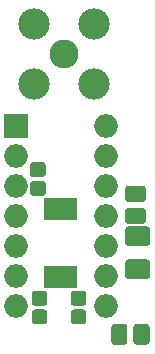
<source format=gbr>
G04 #@! TF.GenerationSoftware,KiCad,Pcbnew,(5.1.4)-1*
G04 #@! TF.CreationDate,2019-08-27T16:30:30-04:00*
G04 #@! TF.ProjectId,clock_buffer,636c6f63-6b5f-4627-9566-6665722e6b69,rev?*
G04 #@! TF.SameCoordinates,Original*
G04 #@! TF.FileFunction,Soldermask,Top*
G04 #@! TF.FilePolarity,Negative*
%FSLAX46Y46*%
G04 Gerber Fmt 4.6, Leading zero omitted, Abs format (unit mm)*
G04 Created by KiCad (PCBNEW (5.1.4)-1) date 2019-08-27 16:30:30*
%MOMM*%
%LPD*%
G04 APERTURE LIST*
%ADD10C,0.100000*%
%ADD11C,1.275000*%
%ADD12C,1.375000*%
%ADD13R,0.810000X1.970000*%
%ADD14C,1.650000*%
%ADD15O,2.000000X2.000000*%
%ADD16R,2.000000X2.000000*%
%ADD17C,2.650000*%
%ADD18C,2.450000*%
G04 APERTURE END LIST*
D10*
G36*
X148723493Y-111429035D02*
G01*
X148754435Y-111433625D01*
X148784778Y-111441225D01*
X148814230Y-111451763D01*
X148842508Y-111465138D01*
X148869338Y-111481219D01*
X148894463Y-111499853D01*
X148917640Y-111520860D01*
X148938647Y-111544037D01*
X148957281Y-111569162D01*
X148973362Y-111595992D01*
X148986737Y-111624270D01*
X148997275Y-111653722D01*
X149004875Y-111684065D01*
X149009465Y-111715007D01*
X149011000Y-111746250D01*
X149011000Y-112383750D01*
X149009465Y-112414993D01*
X149004875Y-112445935D01*
X148997275Y-112476278D01*
X148986737Y-112505730D01*
X148973362Y-112534008D01*
X148957281Y-112560838D01*
X148938647Y-112585963D01*
X148917640Y-112609140D01*
X148894463Y-112630147D01*
X148869338Y-112648781D01*
X148842508Y-112664862D01*
X148814230Y-112678237D01*
X148784778Y-112688775D01*
X148754435Y-112696375D01*
X148723493Y-112700965D01*
X148692250Y-112702500D01*
X147979750Y-112702500D01*
X147948507Y-112700965D01*
X147917565Y-112696375D01*
X147887222Y-112688775D01*
X147857770Y-112678237D01*
X147829492Y-112664862D01*
X147802662Y-112648781D01*
X147777537Y-112630147D01*
X147754360Y-112609140D01*
X147733353Y-112585963D01*
X147714719Y-112560838D01*
X147698638Y-112534008D01*
X147685263Y-112505730D01*
X147674725Y-112476278D01*
X147667125Y-112445935D01*
X147662535Y-112414993D01*
X147661000Y-112383750D01*
X147661000Y-111746250D01*
X147662535Y-111715007D01*
X147667125Y-111684065D01*
X147674725Y-111653722D01*
X147685263Y-111624270D01*
X147698638Y-111595992D01*
X147714719Y-111569162D01*
X147733353Y-111544037D01*
X147754360Y-111520860D01*
X147777537Y-111499853D01*
X147802662Y-111481219D01*
X147829492Y-111465138D01*
X147857770Y-111451763D01*
X147887222Y-111441225D01*
X147917565Y-111433625D01*
X147948507Y-111429035D01*
X147979750Y-111427500D01*
X148692250Y-111427500D01*
X148723493Y-111429035D01*
X148723493Y-111429035D01*
G37*
D11*
X148336000Y-112065000D03*
D10*
G36*
X148723493Y-109854035D02*
G01*
X148754435Y-109858625D01*
X148784778Y-109866225D01*
X148814230Y-109876763D01*
X148842508Y-109890138D01*
X148869338Y-109906219D01*
X148894463Y-109924853D01*
X148917640Y-109945860D01*
X148938647Y-109969037D01*
X148957281Y-109994162D01*
X148973362Y-110020992D01*
X148986737Y-110049270D01*
X148997275Y-110078722D01*
X149004875Y-110109065D01*
X149009465Y-110140007D01*
X149011000Y-110171250D01*
X149011000Y-110808750D01*
X149009465Y-110839993D01*
X149004875Y-110870935D01*
X148997275Y-110901278D01*
X148986737Y-110930730D01*
X148973362Y-110959008D01*
X148957281Y-110985838D01*
X148938647Y-111010963D01*
X148917640Y-111034140D01*
X148894463Y-111055147D01*
X148869338Y-111073781D01*
X148842508Y-111089862D01*
X148814230Y-111103237D01*
X148784778Y-111113775D01*
X148754435Y-111121375D01*
X148723493Y-111125965D01*
X148692250Y-111127500D01*
X147979750Y-111127500D01*
X147948507Y-111125965D01*
X147917565Y-111121375D01*
X147887222Y-111113775D01*
X147857770Y-111103237D01*
X147829492Y-111089862D01*
X147802662Y-111073781D01*
X147777537Y-111055147D01*
X147754360Y-111034140D01*
X147733353Y-111010963D01*
X147714719Y-110985838D01*
X147698638Y-110959008D01*
X147685263Y-110930730D01*
X147674725Y-110901278D01*
X147667125Y-110870935D01*
X147662535Y-110839993D01*
X147661000Y-110808750D01*
X147661000Y-110171250D01*
X147662535Y-110140007D01*
X147667125Y-110109065D01*
X147674725Y-110078722D01*
X147685263Y-110049270D01*
X147698638Y-110020992D01*
X147714719Y-109994162D01*
X147733353Y-109969037D01*
X147754360Y-109945860D01*
X147777537Y-109924853D01*
X147802662Y-109906219D01*
X147829492Y-109890138D01*
X147857770Y-109876763D01*
X147887222Y-109866225D01*
X147917565Y-109858625D01*
X147948507Y-109854035D01*
X147979750Y-109852500D01*
X148692250Y-109852500D01*
X148723493Y-109854035D01*
X148723493Y-109854035D01*
G37*
D11*
X148336000Y-110490000D03*
D10*
G36*
X152025493Y-109854035D02*
G01*
X152056435Y-109858625D01*
X152086778Y-109866225D01*
X152116230Y-109876763D01*
X152144508Y-109890138D01*
X152171338Y-109906219D01*
X152196463Y-109924853D01*
X152219640Y-109945860D01*
X152240647Y-109969037D01*
X152259281Y-109994162D01*
X152275362Y-110020992D01*
X152288737Y-110049270D01*
X152299275Y-110078722D01*
X152306875Y-110109065D01*
X152311465Y-110140007D01*
X152313000Y-110171250D01*
X152313000Y-110808750D01*
X152311465Y-110839993D01*
X152306875Y-110870935D01*
X152299275Y-110901278D01*
X152288737Y-110930730D01*
X152275362Y-110959008D01*
X152259281Y-110985838D01*
X152240647Y-111010963D01*
X152219640Y-111034140D01*
X152196463Y-111055147D01*
X152171338Y-111073781D01*
X152144508Y-111089862D01*
X152116230Y-111103237D01*
X152086778Y-111113775D01*
X152056435Y-111121375D01*
X152025493Y-111125965D01*
X151994250Y-111127500D01*
X151281750Y-111127500D01*
X151250507Y-111125965D01*
X151219565Y-111121375D01*
X151189222Y-111113775D01*
X151159770Y-111103237D01*
X151131492Y-111089862D01*
X151104662Y-111073781D01*
X151079537Y-111055147D01*
X151056360Y-111034140D01*
X151035353Y-111010963D01*
X151016719Y-110985838D01*
X151000638Y-110959008D01*
X150987263Y-110930730D01*
X150976725Y-110901278D01*
X150969125Y-110870935D01*
X150964535Y-110839993D01*
X150963000Y-110808750D01*
X150963000Y-110171250D01*
X150964535Y-110140007D01*
X150969125Y-110109065D01*
X150976725Y-110078722D01*
X150987263Y-110049270D01*
X151000638Y-110020992D01*
X151016719Y-109994162D01*
X151035353Y-109969037D01*
X151056360Y-109945860D01*
X151079537Y-109924853D01*
X151104662Y-109906219D01*
X151131492Y-109890138D01*
X151159770Y-109876763D01*
X151189222Y-109866225D01*
X151219565Y-109858625D01*
X151250507Y-109854035D01*
X151281750Y-109852500D01*
X151994250Y-109852500D01*
X152025493Y-109854035D01*
X152025493Y-109854035D01*
G37*
D11*
X151638000Y-110490000D03*
D10*
G36*
X152025493Y-111429035D02*
G01*
X152056435Y-111433625D01*
X152086778Y-111441225D01*
X152116230Y-111451763D01*
X152144508Y-111465138D01*
X152171338Y-111481219D01*
X152196463Y-111499853D01*
X152219640Y-111520860D01*
X152240647Y-111544037D01*
X152259281Y-111569162D01*
X152275362Y-111595992D01*
X152288737Y-111624270D01*
X152299275Y-111653722D01*
X152306875Y-111684065D01*
X152311465Y-111715007D01*
X152313000Y-111746250D01*
X152313000Y-112383750D01*
X152311465Y-112414993D01*
X152306875Y-112445935D01*
X152299275Y-112476278D01*
X152288737Y-112505730D01*
X152275362Y-112534008D01*
X152259281Y-112560838D01*
X152240647Y-112585963D01*
X152219640Y-112609140D01*
X152196463Y-112630147D01*
X152171338Y-112648781D01*
X152144508Y-112664862D01*
X152116230Y-112678237D01*
X152086778Y-112688775D01*
X152056435Y-112696375D01*
X152025493Y-112700965D01*
X151994250Y-112702500D01*
X151281750Y-112702500D01*
X151250507Y-112700965D01*
X151219565Y-112696375D01*
X151189222Y-112688775D01*
X151159770Y-112678237D01*
X151131492Y-112664862D01*
X151104662Y-112648781D01*
X151079537Y-112630147D01*
X151056360Y-112609140D01*
X151035353Y-112585963D01*
X151016719Y-112560838D01*
X151000638Y-112534008D01*
X150987263Y-112505730D01*
X150976725Y-112476278D01*
X150969125Y-112445935D01*
X150964535Y-112414993D01*
X150963000Y-112383750D01*
X150963000Y-111746250D01*
X150964535Y-111715007D01*
X150969125Y-111684065D01*
X150976725Y-111653722D01*
X150987263Y-111624270D01*
X151000638Y-111595992D01*
X151016719Y-111569162D01*
X151035353Y-111544037D01*
X151056360Y-111520860D01*
X151079537Y-111499853D01*
X151104662Y-111481219D01*
X151131492Y-111465138D01*
X151159770Y-111451763D01*
X151189222Y-111441225D01*
X151219565Y-111433625D01*
X151250507Y-111429035D01*
X151281750Y-111427500D01*
X151994250Y-111427500D01*
X152025493Y-111429035D01*
X152025493Y-111429035D01*
G37*
D11*
X151638000Y-112065000D03*
D10*
G36*
X148587493Y-100539035D02*
G01*
X148618435Y-100543625D01*
X148648778Y-100551225D01*
X148678230Y-100561763D01*
X148706508Y-100575138D01*
X148733338Y-100591219D01*
X148758463Y-100609853D01*
X148781640Y-100630860D01*
X148802647Y-100654037D01*
X148821281Y-100679162D01*
X148837362Y-100705992D01*
X148850737Y-100734270D01*
X148861275Y-100763722D01*
X148868875Y-100794065D01*
X148873465Y-100825007D01*
X148875000Y-100856250D01*
X148875000Y-101493750D01*
X148873465Y-101524993D01*
X148868875Y-101555935D01*
X148861275Y-101586278D01*
X148850737Y-101615730D01*
X148837362Y-101644008D01*
X148821281Y-101670838D01*
X148802647Y-101695963D01*
X148781640Y-101719140D01*
X148758463Y-101740147D01*
X148733338Y-101758781D01*
X148706508Y-101774862D01*
X148678230Y-101788237D01*
X148648778Y-101798775D01*
X148618435Y-101806375D01*
X148587493Y-101810965D01*
X148556250Y-101812500D01*
X147843750Y-101812500D01*
X147812507Y-101810965D01*
X147781565Y-101806375D01*
X147751222Y-101798775D01*
X147721770Y-101788237D01*
X147693492Y-101774862D01*
X147666662Y-101758781D01*
X147641537Y-101740147D01*
X147618360Y-101719140D01*
X147597353Y-101695963D01*
X147578719Y-101670838D01*
X147562638Y-101644008D01*
X147549263Y-101615730D01*
X147538725Y-101586278D01*
X147531125Y-101555935D01*
X147526535Y-101524993D01*
X147525000Y-101493750D01*
X147525000Y-100856250D01*
X147526535Y-100825007D01*
X147531125Y-100794065D01*
X147538725Y-100763722D01*
X147549263Y-100734270D01*
X147562638Y-100705992D01*
X147578719Y-100679162D01*
X147597353Y-100654037D01*
X147618360Y-100630860D01*
X147641537Y-100609853D01*
X147666662Y-100591219D01*
X147693492Y-100575138D01*
X147721770Y-100561763D01*
X147751222Y-100551225D01*
X147781565Y-100543625D01*
X147812507Y-100539035D01*
X147843750Y-100537500D01*
X148556250Y-100537500D01*
X148587493Y-100539035D01*
X148587493Y-100539035D01*
G37*
D11*
X148200000Y-101175000D03*
D10*
G36*
X148587493Y-98964035D02*
G01*
X148618435Y-98968625D01*
X148648778Y-98976225D01*
X148678230Y-98986763D01*
X148706508Y-99000138D01*
X148733338Y-99016219D01*
X148758463Y-99034853D01*
X148781640Y-99055860D01*
X148802647Y-99079037D01*
X148821281Y-99104162D01*
X148837362Y-99130992D01*
X148850737Y-99159270D01*
X148861275Y-99188722D01*
X148868875Y-99219065D01*
X148873465Y-99250007D01*
X148875000Y-99281250D01*
X148875000Y-99918750D01*
X148873465Y-99949993D01*
X148868875Y-99980935D01*
X148861275Y-100011278D01*
X148850737Y-100040730D01*
X148837362Y-100069008D01*
X148821281Y-100095838D01*
X148802647Y-100120963D01*
X148781640Y-100144140D01*
X148758463Y-100165147D01*
X148733338Y-100183781D01*
X148706508Y-100199862D01*
X148678230Y-100213237D01*
X148648778Y-100223775D01*
X148618435Y-100231375D01*
X148587493Y-100235965D01*
X148556250Y-100237500D01*
X147843750Y-100237500D01*
X147812507Y-100235965D01*
X147781565Y-100231375D01*
X147751222Y-100223775D01*
X147721770Y-100213237D01*
X147693492Y-100199862D01*
X147666662Y-100183781D01*
X147641537Y-100165147D01*
X147618360Y-100144140D01*
X147597353Y-100120963D01*
X147578719Y-100095838D01*
X147562638Y-100069008D01*
X147549263Y-100040730D01*
X147538725Y-100011278D01*
X147531125Y-99980935D01*
X147526535Y-99949993D01*
X147525000Y-99918750D01*
X147525000Y-99281250D01*
X147526535Y-99250007D01*
X147531125Y-99219065D01*
X147538725Y-99188722D01*
X147549263Y-99159270D01*
X147562638Y-99130992D01*
X147578719Y-99104162D01*
X147597353Y-99079037D01*
X147618360Y-99055860D01*
X147641537Y-99034853D01*
X147666662Y-99016219D01*
X147693492Y-99000138D01*
X147721770Y-98986763D01*
X147751222Y-98976225D01*
X147781565Y-98968625D01*
X147812507Y-98964035D01*
X147843750Y-98962500D01*
X148556250Y-98962500D01*
X148587493Y-98964035D01*
X148587493Y-98964035D01*
G37*
D11*
X148200000Y-99600000D03*
D10*
G36*
X157349443Y-112639655D02*
G01*
X157382812Y-112644605D01*
X157415535Y-112652802D01*
X157447297Y-112664166D01*
X157477793Y-112678590D01*
X157506727Y-112695932D01*
X157533823Y-112716028D01*
X157558818Y-112738682D01*
X157581472Y-112763677D01*
X157601568Y-112790773D01*
X157618910Y-112819707D01*
X157633334Y-112850203D01*
X157644698Y-112881965D01*
X157652895Y-112914688D01*
X157657845Y-112948057D01*
X157659500Y-112981750D01*
X157659500Y-114094250D01*
X157657845Y-114127943D01*
X157652895Y-114161312D01*
X157644698Y-114194035D01*
X157633334Y-114225797D01*
X157618910Y-114256293D01*
X157601568Y-114285227D01*
X157581472Y-114312323D01*
X157558818Y-114337318D01*
X157533823Y-114359972D01*
X157506727Y-114380068D01*
X157477793Y-114397410D01*
X157447297Y-114411834D01*
X157415535Y-114423198D01*
X157382812Y-114431395D01*
X157349443Y-114436345D01*
X157315750Y-114438000D01*
X156628250Y-114438000D01*
X156594557Y-114436345D01*
X156561188Y-114431395D01*
X156528465Y-114423198D01*
X156496703Y-114411834D01*
X156466207Y-114397410D01*
X156437273Y-114380068D01*
X156410177Y-114359972D01*
X156385182Y-114337318D01*
X156362528Y-114312323D01*
X156342432Y-114285227D01*
X156325090Y-114256293D01*
X156310666Y-114225797D01*
X156299302Y-114194035D01*
X156291105Y-114161312D01*
X156286155Y-114127943D01*
X156284500Y-114094250D01*
X156284500Y-112981750D01*
X156286155Y-112948057D01*
X156291105Y-112914688D01*
X156299302Y-112881965D01*
X156310666Y-112850203D01*
X156325090Y-112819707D01*
X156342432Y-112790773D01*
X156362528Y-112763677D01*
X156385182Y-112738682D01*
X156410177Y-112716028D01*
X156437273Y-112695932D01*
X156466207Y-112678590D01*
X156496703Y-112664166D01*
X156528465Y-112652802D01*
X156561188Y-112644605D01*
X156594557Y-112639655D01*
X156628250Y-112638000D01*
X157315750Y-112638000D01*
X157349443Y-112639655D01*
X157349443Y-112639655D01*
G37*
D12*
X156972000Y-113538000D03*
D10*
G36*
X155474443Y-112639655D02*
G01*
X155507812Y-112644605D01*
X155540535Y-112652802D01*
X155572297Y-112664166D01*
X155602793Y-112678590D01*
X155631727Y-112695932D01*
X155658823Y-112716028D01*
X155683818Y-112738682D01*
X155706472Y-112763677D01*
X155726568Y-112790773D01*
X155743910Y-112819707D01*
X155758334Y-112850203D01*
X155769698Y-112881965D01*
X155777895Y-112914688D01*
X155782845Y-112948057D01*
X155784500Y-112981750D01*
X155784500Y-114094250D01*
X155782845Y-114127943D01*
X155777895Y-114161312D01*
X155769698Y-114194035D01*
X155758334Y-114225797D01*
X155743910Y-114256293D01*
X155726568Y-114285227D01*
X155706472Y-114312323D01*
X155683818Y-114337318D01*
X155658823Y-114359972D01*
X155631727Y-114380068D01*
X155602793Y-114397410D01*
X155572297Y-114411834D01*
X155540535Y-114423198D01*
X155507812Y-114431395D01*
X155474443Y-114436345D01*
X155440750Y-114438000D01*
X154753250Y-114438000D01*
X154719557Y-114436345D01*
X154686188Y-114431395D01*
X154653465Y-114423198D01*
X154621703Y-114411834D01*
X154591207Y-114397410D01*
X154562273Y-114380068D01*
X154535177Y-114359972D01*
X154510182Y-114337318D01*
X154487528Y-114312323D01*
X154467432Y-114285227D01*
X154450090Y-114256293D01*
X154435666Y-114225797D01*
X154424302Y-114194035D01*
X154416105Y-114161312D01*
X154411155Y-114127943D01*
X154409500Y-114094250D01*
X154409500Y-112981750D01*
X154411155Y-112948057D01*
X154416105Y-112914688D01*
X154424302Y-112881965D01*
X154435666Y-112850203D01*
X154450090Y-112819707D01*
X154467432Y-112790773D01*
X154487528Y-112763677D01*
X154510182Y-112738682D01*
X154535177Y-112716028D01*
X154562273Y-112695932D01*
X154591207Y-112678590D01*
X154621703Y-112664166D01*
X154653465Y-112652802D01*
X154686188Y-112644605D01*
X154719557Y-112639655D01*
X154753250Y-112638000D01*
X155440750Y-112638000D01*
X155474443Y-112639655D01*
X155474443Y-112639655D01*
G37*
D12*
X155097000Y-113538000D03*
D10*
G36*
X157053943Y-100944155D02*
G01*
X157087312Y-100949105D01*
X157120035Y-100957302D01*
X157151797Y-100968666D01*
X157182293Y-100983090D01*
X157211227Y-101000432D01*
X157238323Y-101020528D01*
X157263318Y-101043182D01*
X157285972Y-101068177D01*
X157306068Y-101095273D01*
X157323410Y-101124207D01*
X157337834Y-101154703D01*
X157349198Y-101186465D01*
X157357395Y-101219188D01*
X157362345Y-101252557D01*
X157364000Y-101286250D01*
X157364000Y-101973750D01*
X157362345Y-102007443D01*
X157357395Y-102040812D01*
X157349198Y-102073535D01*
X157337834Y-102105297D01*
X157323410Y-102135793D01*
X157306068Y-102164727D01*
X157285972Y-102191823D01*
X157263318Y-102216818D01*
X157238323Y-102239472D01*
X157211227Y-102259568D01*
X157182293Y-102276910D01*
X157151797Y-102291334D01*
X157120035Y-102302698D01*
X157087312Y-102310895D01*
X157053943Y-102315845D01*
X157020250Y-102317500D01*
X155907750Y-102317500D01*
X155874057Y-102315845D01*
X155840688Y-102310895D01*
X155807965Y-102302698D01*
X155776203Y-102291334D01*
X155745707Y-102276910D01*
X155716773Y-102259568D01*
X155689677Y-102239472D01*
X155664682Y-102216818D01*
X155642028Y-102191823D01*
X155621932Y-102164727D01*
X155604590Y-102135793D01*
X155590166Y-102105297D01*
X155578802Y-102073535D01*
X155570605Y-102040812D01*
X155565655Y-102007443D01*
X155564000Y-101973750D01*
X155564000Y-101286250D01*
X155565655Y-101252557D01*
X155570605Y-101219188D01*
X155578802Y-101186465D01*
X155590166Y-101154703D01*
X155604590Y-101124207D01*
X155621932Y-101095273D01*
X155642028Y-101068177D01*
X155664682Y-101043182D01*
X155689677Y-101020528D01*
X155716773Y-101000432D01*
X155745707Y-100983090D01*
X155776203Y-100968666D01*
X155807965Y-100957302D01*
X155840688Y-100949105D01*
X155874057Y-100944155D01*
X155907750Y-100942500D01*
X157020250Y-100942500D01*
X157053943Y-100944155D01*
X157053943Y-100944155D01*
G37*
D12*
X156464000Y-101630000D03*
D10*
G36*
X157053943Y-102819155D02*
G01*
X157087312Y-102824105D01*
X157120035Y-102832302D01*
X157151797Y-102843666D01*
X157182293Y-102858090D01*
X157211227Y-102875432D01*
X157238323Y-102895528D01*
X157263318Y-102918182D01*
X157285972Y-102943177D01*
X157306068Y-102970273D01*
X157323410Y-102999207D01*
X157337834Y-103029703D01*
X157349198Y-103061465D01*
X157357395Y-103094188D01*
X157362345Y-103127557D01*
X157364000Y-103161250D01*
X157364000Y-103848750D01*
X157362345Y-103882443D01*
X157357395Y-103915812D01*
X157349198Y-103948535D01*
X157337834Y-103980297D01*
X157323410Y-104010793D01*
X157306068Y-104039727D01*
X157285972Y-104066823D01*
X157263318Y-104091818D01*
X157238323Y-104114472D01*
X157211227Y-104134568D01*
X157182293Y-104151910D01*
X157151797Y-104166334D01*
X157120035Y-104177698D01*
X157087312Y-104185895D01*
X157053943Y-104190845D01*
X157020250Y-104192500D01*
X155907750Y-104192500D01*
X155874057Y-104190845D01*
X155840688Y-104185895D01*
X155807965Y-104177698D01*
X155776203Y-104166334D01*
X155745707Y-104151910D01*
X155716773Y-104134568D01*
X155689677Y-104114472D01*
X155664682Y-104091818D01*
X155642028Y-104066823D01*
X155621932Y-104039727D01*
X155604590Y-104010793D01*
X155590166Y-103980297D01*
X155578802Y-103948535D01*
X155570605Y-103915812D01*
X155565655Y-103882443D01*
X155564000Y-103848750D01*
X155564000Y-103161250D01*
X155565655Y-103127557D01*
X155570605Y-103094188D01*
X155578802Y-103061465D01*
X155590166Y-103029703D01*
X155604590Y-102999207D01*
X155621932Y-102970273D01*
X155642028Y-102943177D01*
X155664682Y-102918182D01*
X155689677Y-102895528D01*
X155716773Y-102875432D01*
X155745707Y-102858090D01*
X155776203Y-102843666D01*
X155807965Y-102832302D01*
X155840688Y-102824105D01*
X155874057Y-102819155D01*
X155907750Y-102817500D01*
X157020250Y-102817500D01*
X157053943Y-102819155D01*
X157053943Y-102819155D01*
G37*
D12*
X156464000Y-103505000D03*
D13*
X151089000Y-108661000D03*
X150439000Y-108661000D03*
X149789000Y-108661000D03*
X149139000Y-108661000D03*
X149139000Y-102921000D03*
X149789000Y-102921000D03*
X150439000Y-102921000D03*
X151089000Y-102921000D03*
D10*
G36*
X157431846Y-107196089D02*
G01*
X157463880Y-107200841D01*
X157495294Y-107208710D01*
X157525786Y-107219620D01*
X157555061Y-107233466D01*
X157582838Y-107250115D01*
X157608850Y-107269407D01*
X157632845Y-107291155D01*
X157654593Y-107315150D01*
X157673885Y-107341162D01*
X157690534Y-107368939D01*
X157704380Y-107398214D01*
X157715290Y-107428706D01*
X157723159Y-107460120D01*
X157727911Y-107492154D01*
X157729500Y-107524500D01*
X157729500Y-108514500D01*
X157727911Y-108546846D01*
X157723159Y-108578880D01*
X157715290Y-108610294D01*
X157704380Y-108640786D01*
X157690534Y-108670061D01*
X157673885Y-108697838D01*
X157654593Y-108723850D01*
X157632845Y-108747845D01*
X157608850Y-108769593D01*
X157582838Y-108788885D01*
X157555061Y-108805534D01*
X157525786Y-108819380D01*
X157495294Y-108830290D01*
X157463880Y-108838159D01*
X157431846Y-108842911D01*
X157399500Y-108844500D01*
X155909500Y-108844500D01*
X155877154Y-108842911D01*
X155845120Y-108838159D01*
X155813706Y-108830290D01*
X155783214Y-108819380D01*
X155753939Y-108805534D01*
X155726162Y-108788885D01*
X155700150Y-108769593D01*
X155676155Y-108747845D01*
X155654407Y-108723850D01*
X155635115Y-108697838D01*
X155618466Y-108670061D01*
X155604620Y-108640786D01*
X155593710Y-108610294D01*
X155585841Y-108578880D01*
X155581089Y-108546846D01*
X155579500Y-108514500D01*
X155579500Y-107524500D01*
X155581089Y-107492154D01*
X155585841Y-107460120D01*
X155593710Y-107428706D01*
X155604620Y-107398214D01*
X155618466Y-107368939D01*
X155635115Y-107341162D01*
X155654407Y-107315150D01*
X155676155Y-107291155D01*
X155700150Y-107269407D01*
X155726162Y-107250115D01*
X155753939Y-107233466D01*
X155783214Y-107219620D01*
X155813706Y-107208710D01*
X155845120Y-107200841D01*
X155877154Y-107196089D01*
X155909500Y-107194500D01*
X157399500Y-107194500D01*
X157431846Y-107196089D01*
X157431846Y-107196089D01*
G37*
D14*
X156654500Y-108019500D03*
D10*
G36*
X157431846Y-104396089D02*
G01*
X157463880Y-104400841D01*
X157495294Y-104408710D01*
X157525786Y-104419620D01*
X157555061Y-104433466D01*
X157582838Y-104450115D01*
X157608850Y-104469407D01*
X157632845Y-104491155D01*
X157654593Y-104515150D01*
X157673885Y-104541162D01*
X157690534Y-104568939D01*
X157704380Y-104598214D01*
X157715290Y-104628706D01*
X157723159Y-104660120D01*
X157727911Y-104692154D01*
X157729500Y-104724500D01*
X157729500Y-105714500D01*
X157727911Y-105746846D01*
X157723159Y-105778880D01*
X157715290Y-105810294D01*
X157704380Y-105840786D01*
X157690534Y-105870061D01*
X157673885Y-105897838D01*
X157654593Y-105923850D01*
X157632845Y-105947845D01*
X157608850Y-105969593D01*
X157582838Y-105988885D01*
X157555061Y-106005534D01*
X157525786Y-106019380D01*
X157495294Y-106030290D01*
X157463880Y-106038159D01*
X157431846Y-106042911D01*
X157399500Y-106044500D01*
X155909500Y-106044500D01*
X155877154Y-106042911D01*
X155845120Y-106038159D01*
X155813706Y-106030290D01*
X155783214Y-106019380D01*
X155753939Y-106005534D01*
X155726162Y-105988885D01*
X155700150Y-105969593D01*
X155676155Y-105947845D01*
X155654407Y-105923850D01*
X155635115Y-105897838D01*
X155618466Y-105870061D01*
X155604620Y-105840786D01*
X155593710Y-105810294D01*
X155585841Y-105778880D01*
X155581089Y-105746846D01*
X155579500Y-105714500D01*
X155579500Y-104724500D01*
X155581089Y-104692154D01*
X155585841Y-104660120D01*
X155593710Y-104628706D01*
X155604620Y-104598214D01*
X155618466Y-104568939D01*
X155635115Y-104541162D01*
X155654407Y-104515150D01*
X155676155Y-104491155D01*
X155700150Y-104469407D01*
X155726162Y-104450115D01*
X155753939Y-104433466D01*
X155783214Y-104419620D01*
X155813706Y-104408710D01*
X155845120Y-104400841D01*
X155877154Y-104396089D01*
X155909500Y-104394500D01*
X157399500Y-104394500D01*
X157431846Y-104396089D01*
X157431846Y-104396089D01*
G37*
D14*
X156654500Y-105219500D03*
D15*
X153924000Y-95885000D03*
X146304000Y-111125000D03*
X153924000Y-98425000D03*
X146304000Y-108585000D03*
X153924000Y-100965000D03*
X146304000Y-106045000D03*
X153924000Y-103505000D03*
X146304000Y-103505000D03*
X153924000Y-106045000D03*
X146304000Y-100965000D03*
X153924000Y-108585000D03*
X146304000Y-98425000D03*
X153924000Y-111125000D03*
D16*
X146304000Y-95885000D03*
D17*
X147828000Y-92329000D03*
X147828000Y-87249000D03*
X152908000Y-87249000D03*
X152908000Y-92329000D03*
D18*
X150368000Y-89789000D03*
M02*

</source>
